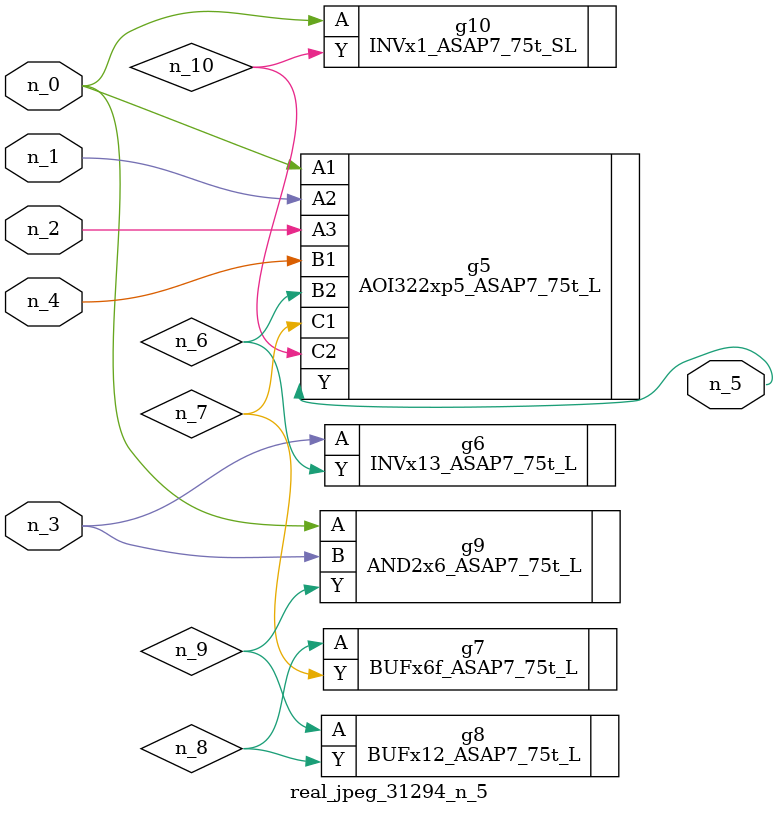
<source format=v>
module real_jpeg_31294_n_5 (n_4, n_0, n_1, n_2, n_3, n_5);

input n_4;
input n_0;
input n_1;
input n_2;
input n_3;

output n_5;

wire n_8;
wire n_6;
wire n_7;
wire n_10;
wire n_9;

AOI322xp5_ASAP7_75t_L g5 ( 
.A1(n_0),
.A2(n_1),
.A3(n_2),
.B1(n_4),
.B2(n_6),
.C1(n_7),
.C2(n_10),
.Y(n_5)
);

AND2x6_ASAP7_75t_L g9 ( 
.A(n_0),
.B(n_3),
.Y(n_9)
);

INVx1_ASAP7_75t_SL g10 ( 
.A(n_0),
.Y(n_10)
);

INVx13_ASAP7_75t_L g6 ( 
.A(n_3),
.Y(n_6)
);

BUFx6f_ASAP7_75t_L g7 ( 
.A(n_8),
.Y(n_7)
);

BUFx12_ASAP7_75t_L g8 ( 
.A(n_9),
.Y(n_8)
);


endmodule
</source>
